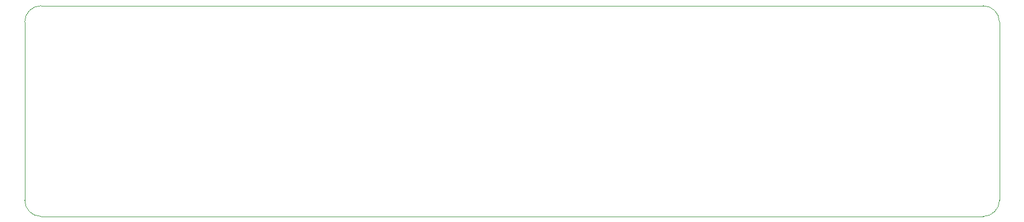
<source format=gm1>
G04 #@! TF.GenerationSoftware,KiCad,Pcbnew,(5.1.6-0-10_14)*
G04 #@! TF.CreationDate,2020-08-03T12:58:00-07:00*
G04 #@! TF.ProjectId,Clock_MiniM4_Pelican,436c6f63-6b5f-44d6-996e-694d345f5065,v02*
G04 #@! TF.SameCoordinates,Original*
G04 #@! TF.FileFunction,Profile,NP*
%FSLAX46Y46*%
G04 Gerber Fmt 4.6, Leading zero omitted, Abs format (unit mm)*
G04 Created by KiCad (PCBNEW (5.1.6-0-10_14)) date 2020-08-03 12:58:00*
%MOMM*%
%LPD*%
G01*
G04 APERTURE LIST*
G04 #@! TA.AperFunction,Profile*
%ADD10C,0.100000*%
G04 #@! TD*
G04 APERTURE END LIST*
D10*
X78740000Y-71120000D02*
G75*
G02*
X76200000Y-68580000I0J2540000D01*
G01*
X228600000Y-68580000D02*
G75*
G02*
X226060000Y-71120000I-2540000J0D01*
G01*
X226060000Y-38100000D02*
G75*
G02*
X228600000Y-40640000I0J-2540000D01*
G01*
X76200000Y-40640000D02*
G75*
G02*
X78740000Y-38100000I2540000J0D01*
G01*
X78740000Y-38100000D02*
X226060000Y-38100000D01*
X76200000Y-68580000D02*
X76200000Y-40640000D01*
X228600000Y-68580000D02*
X228600000Y-40640000D01*
X78740000Y-71120000D02*
X226060000Y-71120000D01*
M02*

</source>
